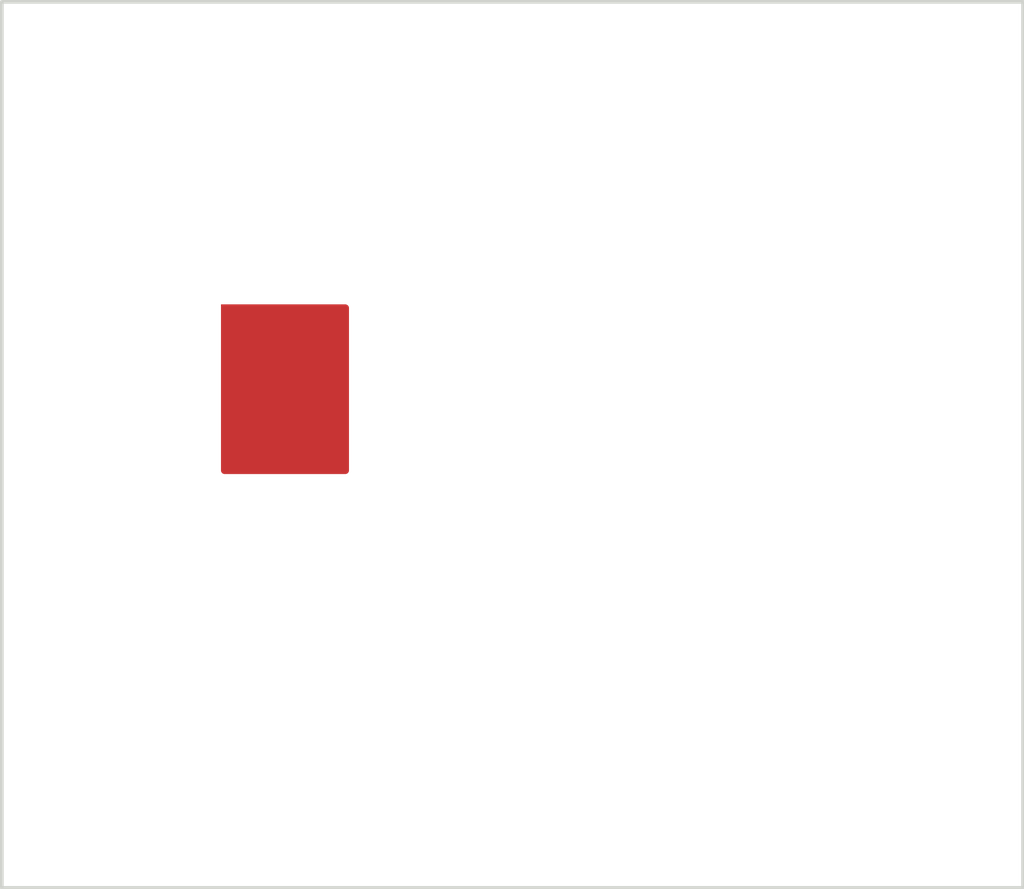
<source format=kicad_pcb>
(kicad_pcb (version 20210228) (generator pcbnew)

  (general
    (thickness 1.6)
  )

  (paper "A4")
  (layers
    (0 "F.Cu" signal)
    (31 "B.Cu" signal)
    (32 "B.Adhes" user "B.Adhesive")
    (33 "F.Adhes" user "F.Adhesive")
    (34 "B.Paste" user)
    (35 "F.Paste" user)
    (36 "B.SilkS" user "B.Silkscreen")
    (37 "F.SilkS" user "F.Silkscreen")
    (38 "B.Mask" user)
    (39 "F.Mask" user)
    (40 "Dwgs.User" user "User.Drawings")
    (41 "Cmts.User" user "User.Comments")
    (42 "Eco1.User" user "User.Eco1")
    (43 "Eco2.User" user "User.Eco2")
    (44 "Edge.Cuts" user)
    (45 "Margin" user)
    (46 "B.CrtYd" user "B.Courtyard")
    (47 "F.CrtYd" user "F.Courtyard")
    (48 "B.Fab" user)
    (49 "F.Fab" user)
    (50 "User.1" user)
    (51 "User.2" user)
    (52 "User.3" user)
    (53 "User.4" user)
    (54 "User.5" user)
    (55 "User.6" user)
    (56 "User.7" user)
    (57 "User.8" user)
    (58 "User.9" user)
  )

  (setup
    (pad_to_mask_clearance 0)
    (pcbplotparams
      (layerselection 0x00010fc_ffffffff)
      (disableapertmacros false)
      (usegerberextensions false)
      (usegerberattributes true)
      (usegerberadvancedattributes true)
      (creategerberjobfile true)
      (svguseinch false)
      (svgprecision 6)
      (excludeedgelayer true)
      (plotframeref false)
      (viasonmask false)
      (mode 1)
      (useauxorigin false)
      (hpglpennumber 1)
      (hpglpenspeed 20)
      (hpglpendiameter 15.000000)
      (dxfpolygonmode true)
      (dxfimperialunits true)
      (dxfusepcbnewfont true)
      (psnegative false)
      (psa4output false)
      (plotreference true)
      (plotvalue true)
      (plotinvisibletext false)
      (sketchpadsonfab false)
      (subtractmaskfromsilk false)
      (outputformat 1)
      (mirror false)
      (drillshape 1)
      (scaleselection 1)
      (outputdirectory "")
    )
  )


  (net 0 "")

  (gr_rect (start 107.061 81.915) (end 110.363 86.36) (layer "F.Cu") (width 0.2) (fill solid) (tstamp d421308f-84ec-4541-97ff-8f58433d1b61))
  (gr_rect (start 106.68 82.55) (end 110.617 86.614) (layer "F.Mask") (width 0.15) (fill solid) (tstamp 05b3160c-5a2c-4233-b86a-2dbcc23ac488))
  (gr_rect (start 100.965 73.533) (end 128.905 97.79) (layer "Edge.Cuts") (width 0.1) (fill none) (tstamp bd43284c-2b93-47a2-8d35-e992ba8a142f))

)

</source>
